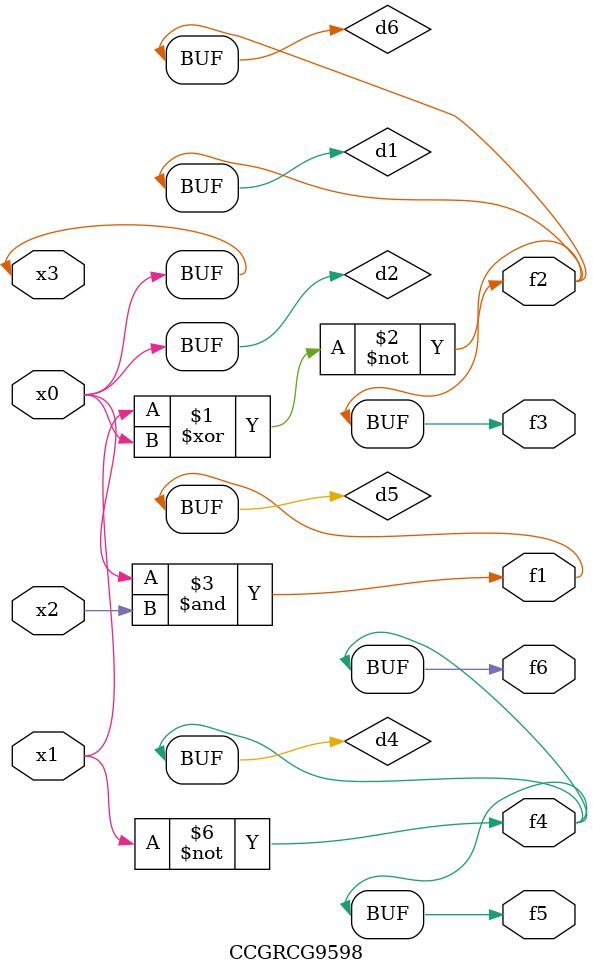
<source format=v>
module CCGRCG9598(
	input x0, x1, x2, x3,
	output f1, f2, f3, f4, f5, f6
);

	wire d1, d2, d3, d4, d5, d6;

	xnor (d1, x1, x3);
	buf (d2, x0, x3);
	nand (d3, x0, x2);
	not (d4, x1);
	nand (d5, d3);
	or (d6, d1);
	assign f1 = d5;
	assign f2 = d6;
	assign f3 = d6;
	assign f4 = d4;
	assign f5 = d4;
	assign f6 = d4;
endmodule

</source>
